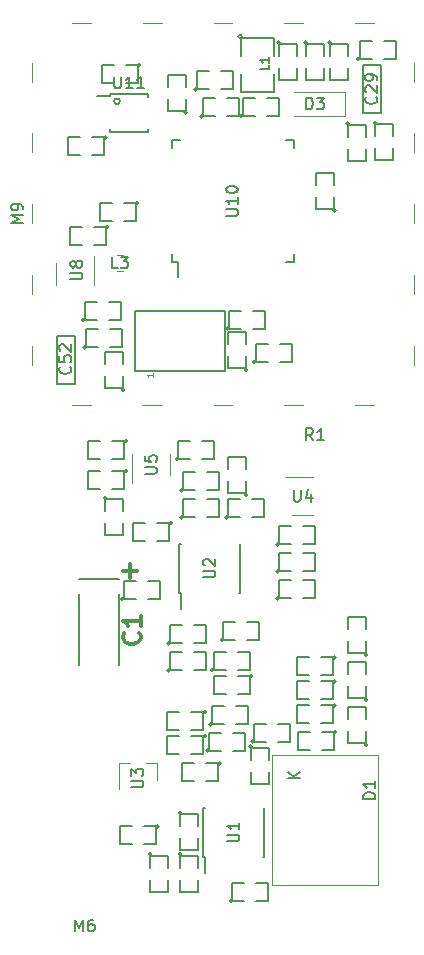
<source format=gbr>
G04 #@! TF.GenerationSoftware,KiCad,Pcbnew,(5.1.0-rc1-108-gb4c0af021)*
G04 #@! TF.CreationDate,2019-03-06T20:25:16+01:00
G04 #@! TF.ProjectId,SPACEDOS01B_PCB01A,53504143-4544-44f5-9330-31425f504342,REV*
G04 #@! TF.SameCoordinates,Original*
G04 #@! TF.FileFunction,Legend,Top*
G04 #@! TF.FilePolarity,Positive*
%FSLAX46Y46*%
G04 Gerber Fmt 4.6, Leading zero omitted, Abs format (unit mm)*
G04 Created by KiCad (PCBNEW (5.1.0-rc1-108-gb4c0af021)) date 2019-03-06 20:25:16*
%MOMM*%
%LPD*%
G04 APERTURE LIST*
%ADD10C,0.100000*%
%ADD11C,0.150000*%
%ADD12C,0.120000*%
%ADD13C,0.304800*%
%ADD14C,0.127000*%
%ADD15C,0.050000*%
G04 APERTURE END LIST*
D10*
X69750000Y12090000D02*
X78750000Y12090000D01*
X78750000Y23090000D02*
X78750000Y12090000D01*
X69750000Y23090000D02*
X78750000Y23090000D01*
X69750000Y23090000D02*
X69750000Y12090000D01*
D11*
X66992500Y77216000D02*
X65976500Y77216000D01*
X66992500Y78740000D02*
X66992500Y77216000D01*
X65976500Y78740000D02*
X66992500Y78740000D01*
X64960500Y77216000D02*
X63944500Y77216000D01*
X63944500Y77216000D02*
G75*
G03X63944500Y77216000I-127000J0D01*
G01*
X63944500Y77216000D02*
X63944500Y78740000D01*
X63944500Y78740000D02*
X64960500Y78740000D01*
X66484500Y79502000D02*
X65468500Y79502000D01*
X66484500Y81026000D02*
X66484500Y79502000D01*
X65468500Y81026000D02*
X66484500Y81026000D01*
X64452500Y79502000D02*
X63436500Y79502000D01*
X63436500Y79502000D02*
G75*
G03X63436500Y79502000I-127000J0D01*
G01*
X63436500Y79502000D02*
X63436500Y81026000D01*
X63436500Y81026000D02*
X64452500Y81026000D01*
D12*
X76834000Y85094000D02*
X78434000Y85094000D01*
X76834000Y52794000D02*
X78434000Y52794000D01*
X70834000Y85094000D02*
X72434000Y85094000D01*
X70834000Y52794000D02*
X72434000Y52794000D01*
X64834000Y85094000D02*
X66434000Y85094000D01*
X64834000Y52794000D02*
X66434000Y52794000D01*
X58834000Y85094000D02*
X60434000Y85094000D01*
X58834000Y52794000D02*
X60434000Y52794000D01*
X52834000Y85094000D02*
X54434000Y85094000D01*
X52834000Y52794000D02*
X54434000Y52794000D01*
X81784000Y80144000D02*
X81784000Y81744000D01*
X49484000Y80144000D02*
X49484000Y81744000D01*
X81784000Y74144000D02*
X81784000Y75744000D01*
X49484000Y74144000D02*
X49484000Y75744000D01*
X81784000Y68144000D02*
X81784000Y69744000D01*
X49484000Y68144000D02*
X49484000Y69744000D01*
X81784000Y62144000D02*
X81784000Y63744000D01*
X49484000Y62144000D02*
X49484000Y63744000D01*
X81784000Y56144000D02*
X81784000Y57744000D01*
X49484000Y56144000D02*
X49484000Y57744000D01*
D11*
X80010000Y76517500D02*
X80010000Y75501500D01*
X78486000Y76517500D02*
X80010000Y76517500D01*
X78613000Y76644500D02*
G75*
G03X78613000Y76644500I-127000J0D01*
G01*
X78486000Y75501500D02*
X78486000Y76517500D01*
X80010000Y74485500D02*
X80010000Y73469500D01*
X80010000Y73469500D02*
X78486000Y73469500D01*
X78486000Y73469500D02*
X78486000Y74485500D01*
X56826500Y38044100D02*
X53427980Y38044100D01*
X56826500Y30749220D02*
X56826500Y36748700D01*
X57677400Y39326800D02*
X57677400Y38127920D01*
X58177780Y38727360D02*
X57077960Y38727360D01*
X53425440Y30726360D02*
X53425440Y36725840D01*
X56823960Y38026320D02*
X53425440Y38026320D01*
X67570700Y48331100D02*
X67570700Y47315100D01*
X66046700Y48331100D02*
X67570700Y48331100D01*
X66046700Y47315100D02*
X66046700Y48331100D01*
X67570700Y46299100D02*
X67570700Y45283100D01*
X67697700Y45156100D02*
G75*
G03X67697700Y45156100I-127000J0D01*
G01*
X67570700Y45283100D02*
X66046700Y45283100D01*
X66046700Y45283100D02*
X66046700Y46299100D01*
X56033000Y78920000D02*
X54958000Y78920000D01*
X56033000Y75845000D02*
X59283000Y75845000D01*
X56033000Y79095000D02*
X59283000Y79095000D01*
X56033000Y75845000D02*
X56033000Y76120000D01*
X59283000Y75845000D02*
X59283000Y76120000D01*
X59283000Y79095000D02*
X59283000Y78820000D01*
X56033000Y79095000D02*
X56033000Y78920000D01*
X56908000Y78470000D02*
G75*
G03X56908000Y78470000I-250000J0D01*
G01*
X69977000Y79248000D02*
X69977000Y80772000D01*
X67183000Y79248000D02*
X69977000Y79248000D01*
X67183000Y80772000D02*
X67183000Y79248000D01*
X67183000Y83820000D02*
X67183000Y82296000D01*
X69977000Y83820000D02*
X67183000Y83820000D01*
X69977000Y82296000D02*
X69977000Y83820000D01*
X69977000Y82296000D02*
X69977000Y83820000D01*
X67235605Y83947000D02*
G75*
G03X67235605Y83947000I-179605J0D01*
G01*
X77470000Y81534000D02*
X78994000Y81534000D01*
X78994000Y77470000D02*
X77470000Y77470000D01*
X78994000Y81534000D02*
X78994000Y77470000D01*
X77470000Y77470000D02*
X77470000Y81534000D01*
X77470000Y77470000D02*
X77597000Y77470000D01*
X53086000Y54530000D02*
X51562000Y54530000D01*
X51562000Y58594000D02*
X53086000Y58594000D01*
X51562000Y54530000D02*
X51562000Y58594000D01*
X53086000Y58594000D02*
X53086000Y54530000D01*
X53086000Y58594000D02*
X52959000Y58594000D01*
X69094700Y43251100D02*
X68078700Y43251100D01*
X69094700Y44775100D02*
X69094700Y43251100D01*
X68078700Y44775100D02*
X69094700Y44775100D01*
X67062700Y43251100D02*
X66046700Y43251100D01*
X66046700Y43251100D02*
G75*
G03X66046700Y43251100I-127000J0D01*
G01*
X66046700Y43251100D02*
X66046700Y44775100D01*
X66046700Y44775100D02*
X67062700Y44775100D01*
X64903700Y48204100D02*
X63887700Y48204100D01*
X64903700Y49728100D02*
X64903700Y48204100D01*
X63887700Y49728100D02*
X64903700Y49728100D01*
X62871700Y48204100D02*
X61855700Y48204100D01*
X61855700Y48204100D02*
G75*
G03X61855700Y48204100I-127000J0D01*
G01*
X61855700Y48204100D02*
X61855700Y49728100D01*
X61855700Y49728100D02*
X62871700Y49728100D01*
X65284700Y45537100D02*
X64268700Y45537100D01*
X65284700Y47061100D02*
X65284700Y45537100D01*
X64268700Y47061100D02*
X65284700Y47061100D01*
X63252700Y45537100D02*
X62236700Y45537100D01*
X62236700Y45537100D02*
G75*
G03X62236700Y45537100I-127000J0D01*
G01*
X62236700Y45537100D02*
X62236700Y47061100D01*
X62236700Y47061100D02*
X63252700Y47061100D01*
X54235700Y49728100D02*
X55251700Y49728100D01*
X54235700Y48204100D02*
X54235700Y49728100D01*
X55251700Y48204100D02*
X54235700Y48204100D01*
X56267700Y49728100D02*
X57283700Y49728100D01*
X57537700Y49728100D02*
G75*
G03X57537700Y49728100I-127000J0D01*
G01*
X57283700Y49728100D02*
X57283700Y48204100D01*
X57283700Y48204100D02*
X56267700Y48204100D01*
X54235700Y47188100D02*
X55251700Y47188100D01*
X54235700Y45664100D02*
X54235700Y47188100D01*
X55251700Y45664100D02*
X54235700Y45664100D01*
X56267700Y47188100D02*
X57283700Y47188100D01*
X57537700Y47188100D02*
G75*
G03X57537700Y47188100I-127000J0D01*
G01*
X57283700Y47188100D02*
X57283700Y45664100D01*
X57283700Y45664100D02*
X56267700Y45664100D01*
X55632700Y41727100D02*
X55632700Y42743100D01*
X57156700Y41727100D02*
X55632700Y41727100D01*
X57156700Y42743100D02*
X57156700Y41727100D01*
X55632700Y43759100D02*
X55632700Y44775100D01*
X55759700Y44902100D02*
G75*
G03X55759700Y44902100I-127000J0D01*
G01*
X55632700Y44775100D02*
X57156700Y44775100D01*
X57156700Y44775100D02*
X57156700Y43759100D01*
X65284700Y43251100D02*
X64268700Y43251100D01*
X65284700Y44775100D02*
X65284700Y43251100D01*
X64268700Y44775100D02*
X65284700Y44775100D01*
X63252700Y43251100D02*
X62236700Y43251100D01*
X62236700Y43251100D02*
G75*
G03X62236700Y43251100I-127000J0D01*
G01*
X62236700Y43251100D02*
X62236700Y44775100D01*
X62236700Y44775100D02*
X63252700Y44775100D01*
X58045700Y42743100D02*
X59061700Y42743100D01*
X58045700Y41219100D02*
X58045700Y42743100D01*
X59061700Y41219100D02*
X58045700Y41219100D01*
X60077700Y42743100D02*
X61093700Y42743100D01*
X61347700Y42743100D02*
G75*
G03X61347700Y42743100I-127000J0D01*
G01*
X61093700Y42743100D02*
X61093700Y41219100D01*
X61093700Y41219100D02*
X60077700Y41219100D01*
X67097700Y36858100D02*
X66952700Y36858100D01*
X61947700Y36858100D02*
X62092700Y36858100D01*
X62092700Y36858100D02*
X62092700Y35458100D01*
X67097700Y36858100D02*
X67097700Y41008100D01*
X61947700Y36858100D02*
X61947700Y41008100D01*
X61947700Y41008100D02*
X62092700Y41008100D01*
X64205200Y32583100D02*
X63189200Y32583100D01*
X64205200Y34107100D02*
X64205200Y32583100D01*
X63189200Y34107100D02*
X64205200Y34107100D01*
X62173200Y32583100D02*
X61157200Y32583100D01*
X61157200Y32583100D02*
G75*
G03X61157200Y32583100I-127000J0D01*
G01*
X61157200Y32583100D02*
X61157200Y34107100D01*
X61157200Y34107100D02*
X62173200Y34107100D01*
X64205200Y30297100D02*
X63189200Y30297100D01*
X64205200Y31821100D02*
X64205200Y30297100D01*
X63189200Y31821100D02*
X64205200Y31821100D01*
X62173200Y30297100D02*
X61157200Y30297100D01*
X61157200Y30297100D02*
G75*
G03X61157200Y30297100I-127000J0D01*
G01*
X61157200Y30297100D02*
X61157200Y31821100D01*
X61157200Y31821100D02*
X62173200Y31821100D01*
X68713700Y32837100D02*
X67697700Y32837100D01*
X68713700Y34361100D02*
X68713700Y32837100D01*
X67697700Y34361100D02*
X68713700Y34361100D01*
X66681700Y32837100D02*
X65665700Y32837100D01*
X65665700Y32837100D02*
G75*
G03X65665700Y32837100I-127000J0D01*
G01*
X65665700Y32837100D02*
X65665700Y34361100D01*
X65665700Y34361100D02*
X66681700Y34361100D01*
X67888200Y30297100D02*
X66872200Y30297100D01*
X67888200Y31821100D02*
X67888200Y30297100D01*
X66872200Y31821100D02*
X67888200Y31821100D01*
X65856200Y30297100D02*
X64840200Y30297100D01*
X64840200Y30297100D02*
G75*
G03X64840200Y30297100I-127000J0D01*
G01*
X64840200Y30297100D02*
X64840200Y31821100D01*
X64840200Y31821100D02*
X65856200Y31821100D01*
X60928500Y26741100D02*
X61944500Y26741100D01*
X60928500Y25217100D02*
X60928500Y26741100D01*
X61944500Y25217100D02*
X60928500Y25217100D01*
X62960500Y26741100D02*
X63976500Y26741100D01*
X64230500Y26741100D02*
G75*
G03X64230500Y26741100I-127000J0D01*
G01*
X63976500Y26741100D02*
X63976500Y25217100D01*
X63976500Y25217100D02*
X62960500Y25217100D01*
X60928500Y24762000D02*
X61944500Y24762000D01*
X60928500Y23238000D02*
X60928500Y24762000D01*
X61944500Y23238000D02*
X60928500Y23238000D01*
X62960500Y24762000D02*
X63976500Y24762000D01*
X64230500Y24762000D02*
G75*
G03X64230500Y24762000I-127000J0D01*
G01*
X63976500Y24762000D02*
X63976500Y23238000D01*
X63976500Y23238000D02*
X62960500Y23238000D01*
X62173200Y22423100D02*
X63189200Y22423100D01*
X62173200Y20899100D02*
X62173200Y22423100D01*
X63189200Y20899100D02*
X62173200Y20899100D01*
X64205200Y22423100D02*
X65221200Y22423100D01*
X65475200Y22423100D02*
G75*
G03X65475200Y22423100I-127000J0D01*
G01*
X65221200Y22423100D02*
X65221200Y20899100D01*
X65221200Y20899100D02*
X64205200Y20899100D01*
X64840200Y29789100D02*
X65856200Y29789100D01*
X64840200Y28265100D02*
X64840200Y29789100D01*
X65856200Y28265100D02*
X64840200Y28265100D01*
X66872200Y29789100D02*
X67888200Y29789100D01*
X68142200Y29789100D02*
G75*
G03X68142200Y29789100I-127000J0D01*
G01*
X67888200Y29789100D02*
X67888200Y28265100D01*
X67888200Y28265100D02*
X66872200Y28265100D01*
X67761200Y25725100D02*
X66745200Y25725100D01*
X67761200Y27249100D02*
X67761200Y25725100D01*
X66745200Y27249100D02*
X67761200Y27249100D01*
X65729200Y25725100D02*
X64713200Y25725100D01*
X64713200Y25725100D02*
G75*
G03X64713200Y25725100I-127000J0D01*
G01*
X64713200Y25725100D02*
X64713200Y27249100D01*
X64713200Y27249100D02*
X65729200Y27249100D01*
X67476500Y23488000D02*
X66460500Y23488000D01*
X67476500Y25012000D02*
X67476500Y23488000D01*
X66460500Y25012000D02*
X67476500Y25012000D01*
X65444500Y23488000D02*
X64428500Y23488000D01*
X64428500Y23488000D02*
G75*
G03X64428500Y23488000I-127000J0D01*
G01*
X64428500Y23488000D02*
X64428500Y25012000D01*
X64428500Y25012000D02*
X65444500Y25012000D01*
X71317200Y24238000D02*
X70301200Y24238000D01*
X71317200Y25762000D02*
X71317200Y24238000D01*
X70301200Y25762000D02*
X71317200Y25762000D01*
X69285200Y24238000D02*
X68269200Y24238000D01*
X68269200Y24238000D02*
G75*
G03X68269200Y24238000I-127000J0D01*
G01*
X68269200Y24238000D02*
X68269200Y25762000D01*
X68269200Y25762000D02*
X69285200Y25762000D01*
X67988000Y20678500D02*
X67988000Y21694500D01*
X69512000Y20678500D02*
X67988000Y20678500D01*
X69512000Y21694500D02*
X69512000Y20678500D01*
X67988000Y22710500D02*
X67988000Y23726500D01*
X68115000Y23853500D02*
G75*
G03X68115000Y23853500I-127000J0D01*
G01*
X67988000Y23726500D02*
X69512000Y23726500D01*
X69512000Y23726500D02*
X69512000Y22710500D01*
X69129700Y14506100D02*
X68984700Y14506100D01*
X63979700Y14506100D02*
X64124700Y14506100D01*
X64124700Y14506100D02*
X64124700Y13106100D01*
X69129700Y14506100D02*
X69129700Y18656100D01*
X63979700Y14506100D02*
X63979700Y18656100D01*
X63979700Y18656100D02*
X64124700Y18656100D01*
X56902700Y17089100D02*
X57918700Y17089100D01*
X56902700Y15565100D02*
X56902700Y17089100D01*
X57918700Y15565100D02*
X56902700Y15565100D01*
X58934700Y17089100D02*
X59950700Y17089100D01*
X60204700Y17089100D02*
G75*
G03X60204700Y17089100I-127000J0D01*
G01*
X59950700Y17089100D02*
X59950700Y15565100D01*
X59950700Y15565100D02*
X58934700Y15565100D01*
X61982700Y15057100D02*
X61982700Y16073100D01*
X63506700Y15057100D02*
X61982700Y15057100D01*
X63506700Y16073100D02*
X63506700Y15057100D01*
X61982700Y17089100D02*
X61982700Y18105100D01*
X62109700Y18232100D02*
G75*
G03X62109700Y18232100I-127000J0D01*
G01*
X61982700Y18105100D02*
X63506700Y18105100D01*
X63506700Y18105100D02*
X63506700Y17089100D01*
X59442700Y11564600D02*
X59442700Y12580600D01*
X60966700Y11564600D02*
X59442700Y11564600D01*
X60966700Y12580600D02*
X60966700Y11564600D01*
X59442700Y13596600D02*
X59442700Y14612600D01*
X59569700Y14739600D02*
G75*
G03X59569700Y14739600I-127000J0D01*
G01*
X59442700Y14612600D02*
X60966700Y14612600D01*
X60966700Y14612600D02*
X60966700Y13596600D01*
X61982700Y11564600D02*
X61982700Y12580600D01*
X63506700Y11564600D02*
X61982700Y11564600D01*
X63506700Y12580600D02*
X63506700Y11564600D01*
X61982700Y13596600D02*
X61982700Y14612600D01*
X62109700Y14739600D02*
G75*
G03X62109700Y14739600I-127000J0D01*
G01*
X61982700Y14612600D02*
X63506700Y14612600D01*
X63506700Y14612600D02*
X63506700Y13596600D01*
X69476500Y10739100D02*
X68460500Y10739100D01*
X69476500Y12263100D02*
X69476500Y10739100D01*
X68460500Y12263100D02*
X69476500Y12263100D01*
X67444500Y10739100D02*
X66428500Y10739100D01*
X66428500Y10739100D02*
G75*
G03X66428500Y10739100I-127000J0D01*
G01*
X66428500Y10739100D02*
X66428500Y12263100D01*
X66428500Y12263100D02*
X67444500Y12263100D01*
X60261500Y36322000D02*
X59245500Y36322000D01*
X60261500Y37846000D02*
X60261500Y36322000D01*
X59245500Y37846000D02*
X60261500Y37846000D01*
X58229500Y36322000D02*
X57213500Y36322000D01*
X57213500Y36322000D02*
G75*
G03X57213500Y36322000I-127000J0D01*
G01*
X57213500Y36322000D02*
X57213500Y37846000D01*
X57213500Y37846000D02*
X58229500Y37846000D01*
X58178700Y55664100D02*
X58178700Y60744100D01*
X58178700Y60744100D02*
X65798700Y60744100D01*
X65798700Y60744100D02*
X65798700Y55664100D01*
X65798700Y55664100D02*
X58178700Y55664100D01*
X73412700Y40965100D02*
X72396700Y40965100D01*
X73412700Y42489100D02*
X73412700Y40965100D01*
X72396700Y42489100D02*
X73412700Y42489100D01*
X71380700Y40965100D02*
X70364700Y40965100D01*
X70364700Y40965100D02*
G75*
G03X70364700Y40965100I-127000J0D01*
G01*
X70364700Y40965100D02*
X70364700Y42489100D01*
X70364700Y42489100D02*
X71380700Y42489100D01*
X73412700Y38679100D02*
X72396700Y38679100D01*
X73412700Y40203100D02*
X73412700Y38679100D01*
X72396700Y40203100D02*
X73412700Y40203100D01*
X71380700Y38679100D02*
X70364700Y38679100D01*
X70364700Y38679100D02*
G75*
G03X70364700Y38679100I-127000J0D01*
G01*
X70364700Y38679100D02*
X70364700Y40203100D01*
X70364700Y40203100D02*
X71380700Y40203100D01*
X73412700Y36393100D02*
X72396700Y36393100D01*
X73412700Y37917100D02*
X73412700Y36393100D01*
X72396700Y37917100D02*
X73412700Y37917100D01*
X71380700Y36393100D02*
X70364700Y36393100D01*
X70364700Y36393100D02*
G75*
G03X70364700Y36393100I-127000J0D01*
G01*
X70364700Y36393100D02*
X70364700Y37917100D01*
X70364700Y37917100D02*
X71380700Y37917100D01*
X61291700Y64844100D02*
X61866700Y64844100D01*
X61291700Y75194100D02*
X61966700Y75194100D01*
X71641700Y75194100D02*
X70966700Y75194100D01*
X71641700Y64844100D02*
X70966700Y64844100D01*
X61291700Y64844100D02*
X61291700Y65519100D01*
X71641700Y64844100D02*
X71641700Y65519100D01*
X71641700Y75194100D02*
X71641700Y74519100D01*
X61291700Y75194100D02*
X61291700Y74519100D01*
X61866700Y64844100D02*
X61866700Y63569100D01*
X75006200Y23533100D02*
X73990200Y23533100D01*
X75006200Y25057100D02*
X75006200Y23533100D01*
X75260200Y25057100D02*
G75*
G03X75260200Y25057100I-127000J0D01*
G01*
X73990200Y25057100D02*
X75006200Y25057100D01*
X72974200Y23533100D02*
X71958200Y23533100D01*
X71958200Y23533100D02*
X71958200Y25057100D01*
X71958200Y25057100D02*
X72974200Y25057100D01*
D12*
X71496700Y43419100D02*
X73296700Y43419100D01*
X73296700Y46639100D02*
X70846700Y46639100D01*
X57959700Y48596100D02*
X57959700Y46146100D01*
X61179700Y46796100D02*
X61179700Y48596100D01*
X60006700Y22437100D02*
X60006700Y20977100D01*
X56846700Y22437100D02*
X56846700Y20277100D01*
X56846700Y22437100D02*
X57776700Y22437100D01*
X60006700Y22437100D02*
X59076700Y22437100D01*
D11*
X76200000Y83312000D02*
X76200000Y82296000D01*
X74676000Y83312000D02*
X76200000Y83312000D01*
X74803000Y83439000D02*
G75*
G03X74803000Y83439000I-127000J0D01*
G01*
X74676000Y82296000D02*
X74676000Y83312000D01*
X76200000Y81280000D02*
X76200000Y80264000D01*
X76200000Y80264000D02*
X74676000Y80264000D01*
X74676000Y80264000D02*
X74676000Y81280000D01*
X72644000Y80264000D02*
X72644000Y81280000D01*
X74168000Y80264000D02*
X72644000Y80264000D01*
X74168000Y81280000D02*
X74168000Y80264000D01*
X72644000Y82296000D02*
X72644000Y83312000D01*
X72771000Y83439000D02*
G75*
G03X72771000Y83439000I-127000J0D01*
G01*
X72644000Y83312000D02*
X74168000Y83312000D01*
X74168000Y83312000D02*
X74168000Y82296000D01*
X71882000Y83312000D02*
X71882000Y82296000D01*
X70358000Y83312000D02*
X71882000Y83312000D01*
X70485000Y83439000D02*
G75*
G03X70485000Y83439000I-127000J0D01*
G01*
X70358000Y82296000D02*
X70358000Y83312000D01*
X71882000Y81280000D02*
X71882000Y80264000D01*
X71882000Y80264000D02*
X70358000Y80264000D01*
X70358000Y80264000D02*
X70358000Y81280000D01*
X70358000Y77216000D02*
X69342000Y77216000D01*
X70358000Y78740000D02*
X70358000Y77216000D01*
X69342000Y78740000D02*
X70358000Y78740000D01*
X68326000Y77216000D02*
X67310000Y77216000D01*
X67310000Y77216000D02*
G75*
G03X67310000Y77216000I-127000J0D01*
G01*
X67310000Y77216000D02*
X67310000Y78740000D01*
X67310000Y78740000D02*
X68326000Y78740000D01*
X69164200Y59220100D02*
X68148200Y59220100D01*
X69164200Y60744100D02*
X69164200Y59220100D01*
X68148200Y60744100D02*
X69164200Y60744100D01*
X67132200Y59220100D02*
X66116200Y59220100D01*
X66116200Y59220100D02*
G75*
G03X66116200Y59220100I-127000J0D01*
G01*
X66116200Y59220100D02*
X66116200Y60744100D01*
X66116200Y60744100D02*
X67132200Y60744100D01*
X58229500Y68326000D02*
X57213500Y68326000D01*
X58229500Y69850000D02*
X58229500Y68326000D01*
X58483500Y69850000D02*
G75*
G03X58483500Y69850000I-127000J0D01*
G01*
X57213500Y69850000D02*
X58229500Y69850000D01*
X56197500Y68326000D02*
X55181500Y68326000D01*
X55181500Y68326000D02*
X55181500Y69850000D01*
X55181500Y69850000D02*
X56197500Y69850000D01*
X73545700Y69380100D02*
X73545700Y70396100D01*
X75069700Y69380100D02*
X73545700Y69380100D01*
X75196700Y69253100D02*
G75*
G03X75196700Y69253100I-127000J0D01*
G01*
X75069700Y70396100D02*
X75069700Y69380100D01*
X73545700Y71412100D02*
X73545700Y72428100D01*
X73545700Y72428100D02*
X75069700Y72428100D01*
X75069700Y72428100D02*
X75069700Y71412100D01*
X68389500Y57912000D02*
X69405500Y57912000D01*
X68389500Y56388000D02*
X68389500Y57912000D01*
X68389500Y56388000D02*
G75*
G03X68389500Y56388000I-127000J0D01*
G01*
X69405500Y56388000D02*
X68389500Y56388000D01*
X70421500Y57912000D02*
X71437500Y57912000D01*
X71437500Y57912000D02*
X71437500Y56388000D01*
X71437500Y56388000D02*
X70421500Y56388000D01*
X55372000Y81534000D02*
X56388000Y81534000D01*
X55372000Y80010000D02*
X55372000Y81534000D01*
X56388000Y80010000D02*
X55372000Y80010000D01*
X57404000Y81534000D02*
X58420000Y81534000D01*
X58674000Y81534000D02*
G75*
G03X58674000Y81534000I-127000J0D01*
G01*
X58420000Y81534000D02*
X58420000Y80010000D01*
X58420000Y80010000D02*
X57404000Y80010000D01*
X62484000Y80708500D02*
X62484000Y79692500D01*
X60960000Y80708500D02*
X62484000Y80708500D01*
X60960000Y79692500D02*
X60960000Y80708500D01*
X62484000Y78676500D02*
X62484000Y77660500D01*
X62611000Y77533500D02*
G75*
G03X62611000Y77533500I-127000J0D01*
G01*
X62484000Y77660500D02*
X60960000Y77660500D01*
X60960000Y77660500D02*
X60960000Y78676500D01*
X52514500Y75438000D02*
X53530500Y75438000D01*
X52514500Y73914000D02*
X52514500Y75438000D01*
X53530500Y73914000D02*
X52514500Y73914000D01*
X54546500Y75438000D02*
X55562500Y75438000D01*
X55816500Y75438000D02*
G75*
G03X55816500Y75438000I-127000J0D01*
G01*
X55562500Y75438000D02*
X55562500Y73914000D01*
X55562500Y73914000D02*
X54546500Y73914000D01*
X67576700Y58902600D02*
X67576700Y57886600D01*
X66052700Y58902600D02*
X67576700Y58902600D01*
X66052700Y57886600D02*
X66052700Y58902600D01*
X67576700Y56870600D02*
X67576700Y55854600D01*
X67703700Y55727600D02*
G75*
G03X67703700Y55727600I-127000J0D01*
G01*
X67576700Y55854600D02*
X66052700Y55854600D01*
X66052700Y55854600D02*
X66052700Y56870600D01*
X74942700Y29883100D02*
X73926700Y29883100D01*
X74942700Y31407100D02*
X74942700Y29883100D01*
X75196700Y31407100D02*
G75*
G03X75196700Y31407100I-127000J0D01*
G01*
X73926700Y31407100D02*
X74942700Y31407100D01*
X72910700Y29883100D02*
X71894700Y29883100D01*
X71894700Y29883100D02*
X71894700Y31407100D01*
X71894700Y31407100D02*
X72910700Y31407100D01*
X71894700Y29375100D02*
X72910700Y29375100D01*
X71894700Y27851100D02*
X71894700Y29375100D01*
X72910700Y27851100D02*
X71894700Y27851100D01*
X73926700Y29375100D02*
X74942700Y29375100D01*
X75196700Y29375100D02*
G75*
G03X75196700Y29375100I-127000J0D01*
G01*
X74942700Y29375100D02*
X74942700Y27851100D01*
X74942700Y27851100D02*
X73926700Y27851100D01*
X52641500Y67818000D02*
X53657500Y67818000D01*
X52641500Y66294000D02*
X52641500Y67818000D01*
X53657500Y66294000D02*
X52641500Y66294000D01*
X54673500Y67818000D02*
X55689500Y67818000D01*
X55943500Y67818000D02*
G75*
G03X55943500Y67818000I-127000J0D01*
G01*
X55689500Y67818000D02*
X55689500Y66294000D01*
X55689500Y66294000D02*
X54673500Y66294000D01*
X56959500Y59944000D02*
X55943500Y59944000D01*
X56959500Y61468000D02*
X56959500Y59944000D01*
X55943500Y61468000D02*
X56959500Y61468000D01*
X54927500Y59944000D02*
X53911500Y59944000D01*
X53911500Y59944000D02*
G75*
G03X53911500Y59944000I-127000J0D01*
G01*
X53911500Y59944000D02*
X53911500Y61468000D01*
X53911500Y61468000D02*
X54927500Y61468000D01*
X54038500Y59182000D02*
X55054500Y59182000D01*
X54038500Y57658000D02*
X54038500Y59182000D01*
X54038500Y57658000D02*
G75*
G03X54038500Y57658000I-127000J0D01*
G01*
X55054500Y57658000D02*
X54038500Y57658000D01*
X56070500Y59182000D02*
X57086500Y59182000D01*
X57086500Y59182000D02*
X57086500Y57658000D01*
X57086500Y57658000D02*
X56070500Y57658000D01*
X55626000Y54165500D02*
X55626000Y55181500D01*
X57150000Y54165500D02*
X55626000Y54165500D01*
X57277000Y54038500D02*
G75*
G03X57277000Y54038500I-127000J0D01*
G01*
X57150000Y55181500D02*
X57150000Y54165500D01*
X55626000Y56197500D02*
X55626000Y57213500D01*
X55626000Y57213500D02*
X57150000Y57213500D01*
X57150000Y57213500D02*
X57150000Y56197500D01*
X76212700Y31724600D02*
X76212700Y32740600D01*
X77736700Y31724600D02*
X76212700Y31724600D01*
X77863700Y31597600D02*
G75*
G03X77863700Y31597600I-127000J0D01*
G01*
X77736700Y32740600D02*
X77736700Y31724600D01*
X76212700Y33756600D02*
X76212700Y34772600D01*
X76212700Y34772600D02*
X77736700Y34772600D01*
X77736700Y34772600D02*
X77736700Y33756600D01*
X77736700Y30962600D02*
X77736700Y29946600D01*
X76212700Y30962600D02*
X77736700Y30962600D01*
X76212700Y29946600D02*
X76212700Y30962600D01*
X77736700Y28930600D02*
X77736700Y27914600D01*
X77863700Y27787600D02*
G75*
G03X77863700Y27787600I-127000J0D01*
G01*
X77736700Y27914600D02*
X76212700Y27914600D01*
X76212700Y27914600D02*
X76212700Y28930600D01*
X77736700Y27152600D02*
X77736700Y26136600D01*
X76212700Y27152600D02*
X77736700Y27152600D01*
X76212700Y26136600D02*
X76212700Y27152600D01*
X77736700Y25120600D02*
X77736700Y24104600D01*
X77863700Y23977600D02*
G75*
G03X77863700Y23977600I-127000J0D01*
G01*
X77736700Y24104600D02*
X76212700Y24104600D01*
X76212700Y24104600D02*
X76212700Y25120600D01*
D12*
X57166252Y64060000D02*
X56643748Y64060000D01*
X57166252Y65480000D02*
X56643748Y65480000D01*
X51488700Y64738000D02*
X51488700Y62938000D01*
X54708700Y62938000D02*
X54708700Y65388000D01*
D11*
X74942700Y25819100D02*
X73926700Y25819100D01*
X74942700Y27343100D02*
X74942700Y25819100D01*
X75196700Y27343100D02*
G75*
G03X75196700Y27343100I-127000J0D01*
G01*
X73926700Y27343100D02*
X74942700Y27343100D01*
X72910700Y25819100D02*
X71894700Y25819100D01*
X71894700Y25819100D02*
X71894700Y27343100D01*
X71894700Y27343100D02*
X72910700Y27343100D01*
X77216000Y83566000D02*
X78232000Y83566000D01*
X77216000Y82042000D02*
X77216000Y83566000D01*
X77216000Y82042000D02*
G75*
G03X77216000Y82042000I-127000J0D01*
G01*
X78232000Y82042000D02*
X77216000Y82042000D01*
X79248000Y83566000D02*
X80264000Y83566000D01*
X80264000Y83566000D02*
X80264000Y82042000D01*
X80264000Y82042000D02*
X79248000Y82042000D01*
D12*
X71656000Y77232000D02*
X75956000Y77232000D01*
X75956000Y77232000D02*
X75956000Y79232000D01*
X75956000Y79232000D02*
X71656000Y79232000D01*
D11*
X77724000Y76454000D02*
X77724000Y75438000D01*
X76200000Y76454000D02*
X77724000Y76454000D01*
X76327000Y76581000D02*
G75*
G03X76327000Y76581000I-127000J0D01*
G01*
X76200000Y75438000D02*
X76200000Y76454000D01*
X77724000Y74422000D02*
X77724000Y73406000D01*
X77724000Y73406000D02*
X76200000Y73406000D01*
X76200000Y73406000D02*
X76200000Y74422000D01*
X78512380Y19391904D02*
X77512380Y19391904D01*
X77512380Y19630000D01*
X77560000Y19772857D01*
X77655238Y19868095D01*
X77750476Y19915714D01*
X77940952Y19963333D01*
X78083809Y19963333D01*
X78274285Y19915714D01*
X78369523Y19868095D01*
X78464761Y19772857D01*
X78512380Y19630000D01*
X78512380Y19391904D01*
X78512380Y20915714D02*
X78512380Y20344285D01*
X78512380Y20630000D02*
X77512380Y20630000D01*
X77655238Y20534761D01*
X77750476Y20439523D01*
X77798095Y20344285D01*
X72162380Y21138095D02*
X71162380Y21138095D01*
X72162380Y21709523D02*
X71590952Y21280952D01*
X71162380Y21709523D02*
X71733809Y21138095D01*
X48686380Y68134476D02*
X47686380Y68134476D01*
X48400666Y68467809D01*
X47686380Y68801142D01*
X48686380Y68801142D01*
X48686380Y69324952D02*
X48686380Y69515428D01*
X48638761Y69610666D01*
X48591142Y69658285D01*
X48448285Y69753523D01*
X48257809Y69801142D01*
X47876857Y69801142D01*
X47781619Y69753523D01*
X47734000Y69705904D01*
X47686380Y69610666D01*
X47686380Y69420190D01*
X47734000Y69324952D01*
X47781619Y69277333D01*
X47876857Y69229714D01*
X48114952Y69229714D01*
X48210190Y69277333D01*
X48257809Y69324952D01*
X48305428Y69420190D01*
X48305428Y69610666D01*
X48257809Y69705904D01*
X48210190Y69753523D01*
X48114952Y69801142D01*
D13*
X58518985Y33472100D02*
X58591557Y33399528D01*
X58664128Y33181814D01*
X58664128Y33036671D01*
X58591557Y32818957D01*
X58446414Y32673814D01*
X58301271Y32601242D01*
X58010985Y32528671D01*
X57793271Y32528671D01*
X57502985Y32601242D01*
X57357842Y32673814D01*
X57212700Y32818957D01*
X57140128Y33036671D01*
X57140128Y33181814D01*
X57212700Y33399528D01*
X57285271Y33472100D01*
X58664128Y34923528D02*
X58664128Y34052671D01*
X58664128Y34488100D02*
X57140128Y34488100D01*
X57357842Y34342957D01*
X57502985Y34197814D01*
X57575557Y34052671D01*
X57783717Y38144248D02*
X57783717Y39305391D01*
X58364288Y38724820D02*
X57203145Y38724820D01*
D11*
X56419904Y80567619D02*
X56419904Y79758095D01*
X56467523Y79662857D01*
X56515142Y79615238D01*
X56610380Y79567619D01*
X56800857Y79567619D01*
X56896095Y79615238D01*
X56943714Y79662857D01*
X56991333Y79758095D01*
X56991333Y80567619D01*
X57991333Y79567619D02*
X57419904Y79567619D01*
X57705619Y79567619D02*
X57705619Y80567619D01*
X57610380Y80424761D01*
X57515142Y80329523D01*
X57419904Y80281904D01*
X58943714Y79567619D02*
X58372285Y79567619D01*
X58658000Y79567619D02*
X58658000Y80567619D01*
X58562761Y80424761D01*
X58467523Y80329523D01*
X58372285Y80281904D01*
D14*
X69559714Y81534000D02*
X69559714Y81171142D01*
X68797714Y81171142D01*
X69559714Y82187142D02*
X69559714Y81751714D01*
X69559714Y81969428D02*
X68797714Y81969428D01*
X68906571Y81896857D01*
X68979142Y81824285D01*
X69015428Y81751714D01*
D11*
X78589142Y78859142D02*
X78636761Y78811523D01*
X78684380Y78668666D01*
X78684380Y78573428D01*
X78636761Y78430571D01*
X78541523Y78335333D01*
X78446285Y78287714D01*
X78255809Y78240095D01*
X78112952Y78240095D01*
X77922476Y78287714D01*
X77827238Y78335333D01*
X77732000Y78430571D01*
X77684380Y78573428D01*
X77684380Y78668666D01*
X77732000Y78811523D01*
X77779619Y78859142D01*
X77779619Y79240095D02*
X77732000Y79287714D01*
X77684380Y79382952D01*
X77684380Y79621047D01*
X77732000Y79716285D01*
X77779619Y79763904D01*
X77874857Y79811523D01*
X77970095Y79811523D01*
X78112952Y79763904D01*
X78684380Y79192476D01*
X78684380Y79811523D01*
X78684380Y80287714D02*
X78684380Y80478190D01*
X78636761Y80573428D01*
X78589142Y80621047D01*
X78446285Y80716285D01*
X78255809Y80763904D01*
X77874857Y80763904D01*
X77779619Y80716285D01*
X77732000Y80668666D01*
X77684380Y80573428D01*
X77684380Y80382952D01*
X77732000Y80287714D01*
X77779619Y80240095D01*
X77874857Y80192476D01*
X78112952Y80192476D01*
X78208190Y80240095D01*
X78255809Y80287714D01*
X78303428Y80382952D01*
X78303428Y80573428D01*
X78255809Y80668666D01*
X78208190Y80716285D01*
X78112952Y80763904D01*
X52681142Y55999142D02*
X52728761Y55951523D01*
X52776380Y55808666D01*
X52776380Y55713428D01*
X52728761Y55570571D01*
X52633523Y55475333D01*
X52538285Y55427714D01*
X52347809Y55380095D01*
X52204952Y55380095D01*
X52014476Y55427714D01*
X51919238Y55475333D01*
X51824000Y55570571D01*
X51776380Y55713428D01*
X51776380Y55808666D01*
X51824000Y55951523D01*
X51871619Y55999142D01*
X51776380Y56903904D02*
X51776380Y56427714D01*
X52252571Y56380095D01*
X52204952Y56427714D01*
X52157333Y56522952D01*
X52157333Y56761047D01*
X52204952Y56856285D01*
X52252571Y56903904D01*
X52347809Y56951523D01*
X52585904Y56951523D01*
X52681142Y56903904D01*
X52728761Y56856285D01*
X52776380Y56761047D01*
X52776380Y56522952D01*
X52728761Y56427714D01*
X52681142Y56380095D01*
X51871619Y57332476D02*
X51824000Y57380095D01*
X51776380Y57475333D01*
X51776380Y57713428D01*
X51824000Y57808666D01*
X51871619Y57856285D01*
X51966857Y57903904D01*
X52062095Y57903904D01*
X52204952Y57856285D01*
X52776380Y57284857D01*
X52776380Y57903904D01*
X63975080Y38171195D02*
X64784604Y38171195D01*
X64879842Y38218814D01*
X64927461Y38266433D01*
X64975080Y38361671D01*
X64975080Y38552147D01*
X64927461Y38647385D01*
X64879842Y38695004D01*
X64784604Y38742623D01*
X63975080Y38742623D01*
X64070319Y39171195D02*
X64022700Y39218814D01*
X63975080Y39314052D01*
X63975080Y39552147D01*
X64022700Y39647385D01*
X64070319Y39695004D01*
X64165557Y39742623D01*
X64260795Y39742623D01*
X64403652Y39695004D01*
X64975080Y39123576D01*
X64975080Y39742623D01*
X66007080Y15819195D02*
X66816604Y15819195D01*
X66911842Y15866814D01*
X66959461Y15914433D01*
X67007080Y16009671D01*
X67007080Y16200147D01*
X66959461Y16295385D01*
X66911842Y16343004D01*
X66816604Y16390623D01*
X66007080Y16390623D01*
X67007080Y17390623D02*
X67007080Y16819195D01*
X67007080Y17104909D02*
X66007080Y17104909D01*
X66149938Y17009671D01*
X66245176Y16914433D01*
X66292795Y16819195D01*
D15*
X59674890Y55425957D02*
X59674890Y55140242D01*
X59674890Y55283100D02*
X59174890Y55283100D01*
X59246319Y55235480D01*
X59293938Y55187861D01*
X59317747Y55140242D01*
D11*
X53090476Y8191619D02*
X53090476Y9191619D01*
X53423809Y8477333D01*
X53757142Y9191619D01*
X53757142Y8191619D01*
X54661904Y9191619D02*
X54471428Y9191619D01*
X54376190Y9144000D01*
X54328571Y9096380D01*
X54233333Y8953523D01*
X54185714Y8763047D01*
X54185714Y8382095D01*
X54233333Y8286857D01*
X54280952Y8239238D01*
X54376190Y8191619D01*
X54566666Y8191619D01*
X54661904Y8239238D01*
X54709523Y8286857D01*
X54757142Y8382095D01*
X54757142Y8620190D01*
X54709523Y8715428D01*
X54661904Y8763047D01*
X54566666Y8810666D01*
X54376190Y8810666D01*
X54280952Y8763047D01*
X54233333Y8715428D01*
X54185714Y8620190D01*
X65886080Y68777004D02*
X66695604Y68777004D01*
X66790842Y68824623D01*
X66838461Y68872242D01*
X66886080Y68967480D01*
X66886080Y69157957D01*
X66838461Y69253195D01*
X66790842Y69300814D01*
X66695604Y69348433D01*
X65886080Y69348433D01*
X66886080Y70348433D02*
X66886080Y69777004D01*
X66886080Y70062719D02*
X65886080Y70062719D01*
X66028938Y69967480D01*
X66124176Y69872242D01*
X66171795Y69777004D01*
X65886080Y70967480D02*
X65886080Y71062719D01*
X65933700Y71157957D01*
X65981319Y71205576D01*
X66076557Y71253195D01*
X66267033Y71300814D01*
X66505128Y71300814D01*
X66695604Y71253195D01*
X66790842Y71205576D01*
X66838461Y71157957D01*
X66886080Y71062719D01*
X66886080Y70967480D01*
X66838461Y70872242D01*
X66790842Y70824623D01*
X66695604Y70777004D01*
X66505128Y70729385D01*
X66267033Y70729385D01*
X66076557Y70777004D01*
X65981319Y70824623D01*
X65933700Y70872242D01*
X65886080Y70967480D01*
X71634795Y45576719D02*
X71634795Y44767195D01*
X71682414Y44671957D01*
X71730033Y44624338D01*
X71825271Y44576719D01*
X72015747Y44576719D01*
X72110985Y44624338D01*
X72158604Y44671957D01*
X72206223Y44767195D01*
X72206223Y45576719D01*
X73110985Y45243385D02*
X73110985Y44576719D01*
X72872890Y45624338D02*
X72634795Y44910052D01*
X73253842Y44910052D01*
X59022080Y46934195D02*
X59831604Y46934195D01*
X59926842Y46981814D01*
X59974461Y47029433D01*
X60022080Y47124671D01*
X60022080Y47315147D01*
X59974461Y47410385D01*
X59926842Y47458004D01*
X59831604Y47505623D01*
X59022080Y47505623D01*
X59022080Y48458004D02*
X59022080Y47981814D01*
X59498271Y47934195D01*
X59450652Y47981814D01*
X59403033Y48077052D01*
X59403033Y48315147D01*
X59450652Y48410385D01*
X59498271Y48458004D01*
X59593509Y48505623D01*
X59831604Y48505623D01*
X59926842Y48458004D01*
X59974461Y48410385D01*
X60022080Y48315147D01*
X60022080Y48077052D01*
X59974461Y47981814D01*
X59926842Y47934195D01*
X57879080Y20391195D02*
X58688604Y20391195D01*
X58783842Y20438814D01*
X58831461Y20486433D01*
X58879080Y20581671D01*
X58879080Y20772147D01*
X58831461Y20867385D01*
X58783842Y20915004D01*
X58688604Y20962623D01*
X57879080Y20962623D01*
X57879080Y21343576D02*
X57879080Y21962623D01*
X58260033Y21629290D01*
X58260033Y21772147D01*
X58307652Y21867385D01*
X58355271Y21915004D01*
X58450509Y21962623D01*
X58688604Y21962623D01*
X58783842Y21915004D01*
X58831461Y21867385D01*
X58879080Y21772147D01*
X58879080Y21486433D01*
X58831461Y21391195D01*
X58783842Y21343576D01*
X73246033Y49782719D02*
X72912700Y50258909D01*
X72674604Y49782719D02*
X72674604Y50782719D01*
X73055557Y50782719D01*
X73150795Y50735100D01*
X73198414Y50687480D01*
X73246033Y50592242D01*
X73246033Y50449385D01*
X73198414Y50354147D01*
X73150795Y50306528D01*
X73055557Y50258909D01*
X72674604Y50258909D01*
X74198414Y49782719D02*
X73626985Y49782719D01*
X73912700Y49782719D02*
X73912700Y50782719D01*
X73817461Y50639861D01*
X73722223Y50544623D01*
X73626985Y50497004D01*
X56738333Y64317619D02*
X56262142Y64317619D01*
X56262142Y65317619D01*
X56976428Y65317619D02*
X57595476Y65317619D01*
X57262142Y64936666D01*
X57405000Y64936666D01*
X57500238Y64889047D01*
X57547857Y64841428D01*
X57595476Y64746190D01*
X57595476Y64508095D01*
X57547857Y64412857D01*
X57500238Y64365238D01*
X57405000Y64317619D01*
X57119285Y64317619D01*
X57024047Y64365238D01*
X56976428Y64412857D01*
X52721080Y63391095D02*
X53530604Y63391095D01*
X53625842Y63438714D01*
X53673461Y63486333D01*
X53721080Y63581571D01*
X53721080Y63772047D01*
X53673461Y63867285D01*
X53625842Y63914904D01*
X53530604Y63962523D01*
X52721080Y63962523D01*
X53149652Y64581571D02*
X53102033Y64486333D01*
X53054414Y64438714D01*
X52959176Y64391095D01*
X52911557Y64391095D01*
X52816319Y64438714D01*
X52768700Y64486333D01*
X52721080Y64581571D01*
X52721080Y64772047D01*
X52768700Y64867285D01*
X52816319Y64914904D01*
X52911557Y64962523D01*
X52959176Y64962523D01*
X53054414Y64914904D01*
X53102033Y64867285D01*
X53149652Y64772047D01*
X53149652Y64581571D01*
X53197271Y64486333D01*
X53244890Y64438714D01*
X53340128Y64391095D01*
X53530604Y64391095D01*
X53625842Y64438714D01*
X53673461Y64486333D01*
X53721080Y64581571D01*
X53721080Y64772047D01*
X53673461Y64867285D01*
X53625842Y64914904D01*
X53530604Y64962523D01*
X53340128Y64962523D01*
X53244890Y64914904D01*
X53197271Y64867285D01*
X53149652Y64772047D01*
X72667904Y77779619D02*
X72667904Y78779619D01*
X72906000Y78779619D01*
X73048857Y78732000D01*
X73144095Y78636761D01*
X73191714Y78541523D01*
X73239333Y78351047D01*
X73239333Y78208190D01*
X73191714Y78017714D01*
X73144095Y77922476D01*
X73048857Y77827238D01*
X72906000Y77779619D01*
X72667904Y77779619D01*
X73572666Y78779619D02*
X74191714Y78779619D01*
X73858380Y78398666D01*
X74001238Y78398666D01*
X74096476Y78351047D01*
X74144095Y78303428D01*
X74191714Y78208190D01*
X74191714Y77970095D01*
X74144095Y77874857D01*
X74096476Y77827238D01*
X74001238Y77779619D01*
X73715523Y77779619D01*
X73620285Y77827238D01*
X73572666Y77874857D01*
M02*

</source>
